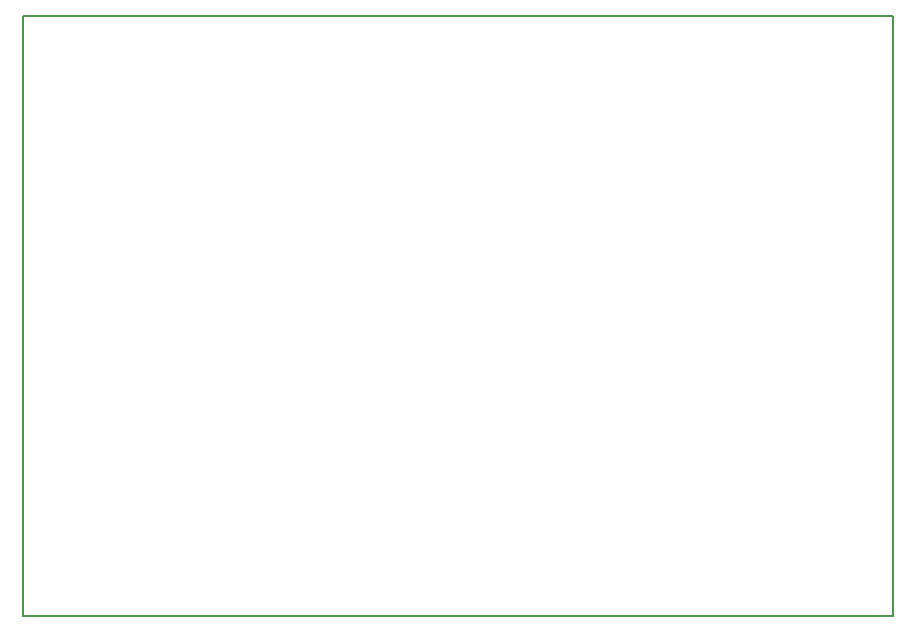
<source format=gbr>
G04 #@! TF.FileFunction,Profile,NP*
%FSLAX46Y46*%
G04 Gerber Fmt 4.6, Leading zero omitted, Abs format (unit mm)*
G04 Created by KiCad (PCBNEW 4.0.5+dfsg1-4) date Mon Apr 17 17:31:13 2017*
%MOMM*%
%LPD*%
G01*
G04 APERTURE LIST*
%ADD10C,0.100000*%
%ADD11C,0.150000*%
G04 APERTURE END LIST*
D10*
D11*
X48260000Y-86360000D02*
X48260000Y-35560000D01*
X121920000Y-86360000D02*
X48260000Y-86360000D01*
X121920000Y-35560000D02*
X121920000Y-86360000D01*
X48260000Y-35560000D02*
X121920000Y-35560000D01*
M02*

</source>
